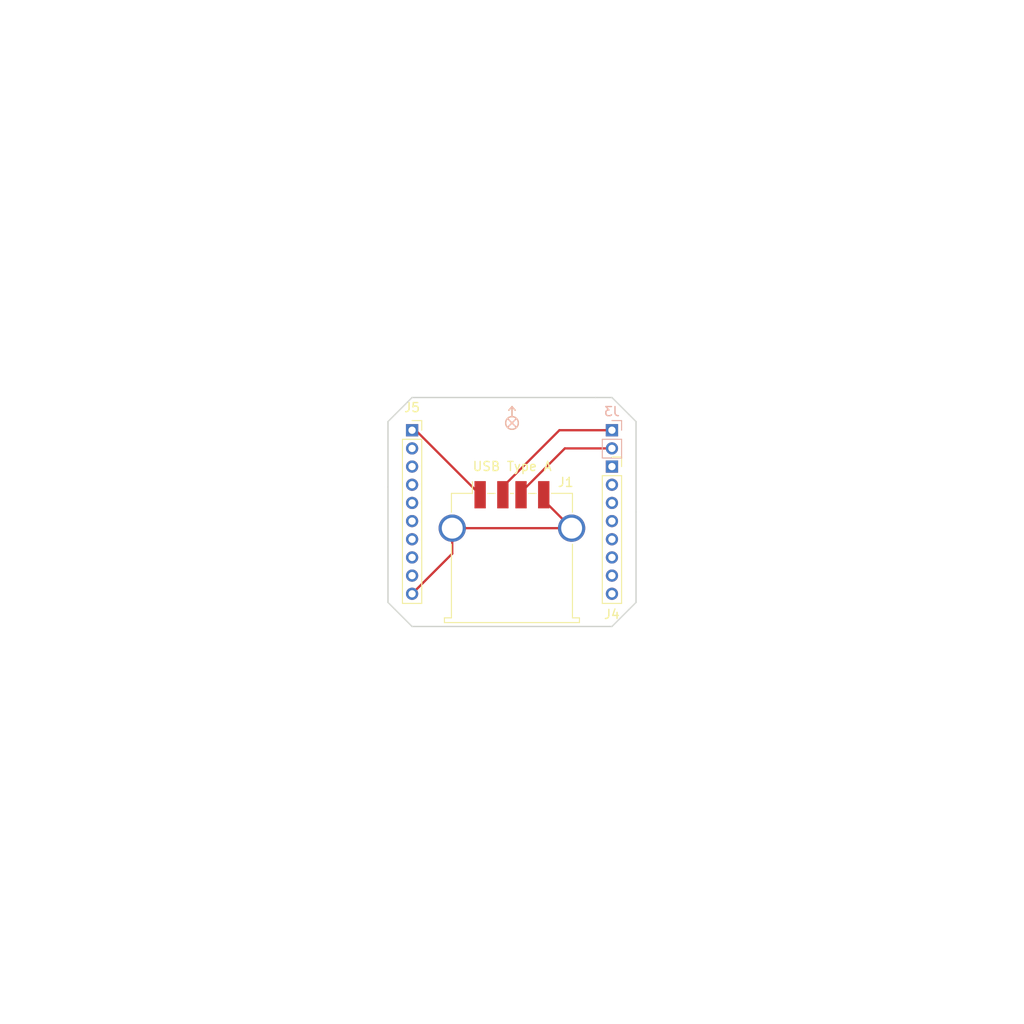
<source format=kicad_pcb>
(kicad_pcb (version 20221018) (generator pcbnew)
  (layers (0 "F.Cu" signal) (31 "B.Cu" signal) (34 "B.Paste" user) (35 "F.Paste" user) (36 "B.SilkS" user "B.Silkscreen") (37 "F.SilkS" user "F.Silkscreen") (38 "B.Mask" user) (39 "F.Mask" user) (44 "Edge.Cuts" user))
  (net 0 "")
  (net 1 "Net-(J1-VBUS)")
  (net 2 "Net-(J1-D-)")
  (net 3 "Net-(J1-D+)")
  (net 4 "Net-(J1-GND)")
  (footprint "Connector_USB:USB_A_TE_292303-7_Horizontal" (layer "F.Cu") (at 144.3228 101.1682)
    (fp_text reference "J1" (at 5.9182 -7.747) (layer "F.SilkS"))
    (fp_text value "USB_A")
    (fp_line (start -7.43 7.17) (end -7.43 7.69) (stroke (width 0.12)) (layer "F.SilkS"))
    (fp_line (start -7.43 7.69) (end 7.43 7.69) (stroke (width 0.12)) (layer "F.SilkS"))
    (fp_line (start -6.66 -6.53) (end -6.66 -4.46) (stroke (width 0.12)) (layer "F.SilkS"))
    (fp_line (start -6.66 -6.53) (end -4.35 -6.53) (stroke (width 0.12)) (layer "F.SilkS"))
    (fp_line (start -6.66 7.17) (end -7.43 7.17) (stroke (width 0.12)) (layer "F.SilkS"))
    (fp_line (start -6.66 7.17) (end -6.66 -0.94) (stroke (width 0.12)) (layer "F.SilkS"))
    (fp_line (start -4.35 -7.82) (end -4.35 -6.53) (stroke (width 0.12)) (layer "F.SilkS"))
    (fp_line (start -2.67 -6.52) (end -1.85 -6.52) (stroke (width 0.12)) (layer "F.SilkS"))
    (fp_line (start -0.17 -6.52) (end 0.17 -6.52) (stroke (width 0.12)) (layer "F.SilkS"))
    (fp_line (start 1.85 -6.52) (end 2.67 -6.52) (stroke (width 0.12)) (layer "F.SilkS"))
    (fp_line (start 4.35 -6.53) (end 6.66 -6.53) (stroke (width 0.12)) (layer "F.SilkS"))
    (fp_line (start 6.66 -6.53) (end 6.66 -4.46) (stroke (width 0.12)) (layer "F.SilkS"))
    (fp_line (start 6.66 -0.94) (end 6.66 7.17) (stroke (width 0.12)) (layer "F.SilkS"))
    (fp_line (start 7.43 7.17) (end 6.66 7.17) (stroke (width 0.12)) (layer "F.SilkS"))
    (fp_line (start 7.43 7.69) (end 7.43 7.17) (stroke (width 0.12)) (layer "F.SilkS"))
    (pad "1" smd rect (at -3.5 -6.38) (size 1.25 3) (layers "F.Cu" "F.Paste" "F.Mask") (net 1 "Net-(J1-VBUS)"))
    (pad "2" smd rect (at -1 -6.38) (size 1.25 3) (layers "F.Cu" "F.Paste" "F.Mask") (net 2 "Net-(J1-D-)"))
    (pad "3" smd rect (at 1 -6.38) (size 1.25 3) (layers "F.Cu" "F.Paste" "F.Mask") (net 3 "Net-(J1-D+)"))
    (pad "4" smd rect (at 3.5 -6.38) (size 1.25 3) (layers "F.Cu" "F.Paste" "F.Mask") (net 4 "Net-(J1-GND)"))
    (pad "5" thru_hole circle (at -6.57 -2.7) (size 3 3) (drill 2.3) (layers "*.Cu" "*.Mask") (net 4 "Net-(J1-GND)"))
    (pad "5" thru_hole circle (at 6.57 -2.7) (size 3 3) (drill 2.3) (layers "*.Cu" "*.Mask") (net 4 "Net-(J1-GND)"))
  )
  (footprint "Connector_PinSocket_2.00mm:PinSocket_1x08_P2.00mm_Vertical" (layer "F.Cu") (at 155.33 91.6902)
    (fp_text reference "J4" (at -0.009 16.2598) (layer "F.SilkS"))
    (fp_text value "Conn_01x08_Socket")
    (fp_line (start -1.06 1) (end -1.06 15.06) (stroke (width 0.12)) (layer "F.SilkS"))
    (fp_line (start -1.06 1) (end 1.06 1) (stroke (width 0.12)) (layer "F.SilkS"))
    (fp_line (start -1.06 15.06) (end 1.06 15.06) (stroke (width 0.12)) (layer "F.SilkS"))
    (fp_line (start 0 -1.06) (end 1.06 -1.06) (stroke (width 0.12)) (layer "F.SilkS"))
    (fp_line (start 1.06 -1.06) (end 1.06 0) (stroke (width 0.12)) (layer "F.SilkS"))
    (fp_line (start 1.06 1) (end 1.06 15.06) (stroke (width 0.12)) (layer "F.SilkS"))
    (pad "1" thru_hole rect (at 0 0) (size 1.35 1.35) (drill 0.8) (layers "*.Cu" "*.Mask"))
    (pad "2" thru_hole oval (at 0 2) (size 1.35 1.35) (drill 0.8) (layers "*.Cu" "*.Mask"))
    (pad "3" thru_hole oval (at 0 4) (size 1.35 1.35) (drill 0.8) (layers "*.Cu" "*.Mask"))
    (pad "4" thru_hole oval (at 0 6) (size 1.35 1.35) (drill 0.8) (layers "*.Cu" "*.Mask"))
    (pad "5" thru_hole oval (at 0 8) (size 1.35 1.35) (drill 0.8) (layers "*.Cu" "*.Mask"))
    (pad "6" thru_hole oval (at 0 10) (size 1.35 1.35) (drill 0.8) (layers "*.Cu" "*.Mask"))
    (pad "7" thru_hole oval (at 0 12) (size 1.35 1.35) (drill 0.8) (layers "*.Cu" "*.Mask"))
    (pad "8" thru_hole oval (at 0 14) (size 1.35 1.35) (drill 0.8) (layers "*.Cu" "*.Mask"))
  )
  (footprint "Connector_PinSocket_2.00mm:PinSocket_1x10_P2.00mm_Vertical" (layer "F.Cu") (at 133.3336 87.6902)
    (fp_text reference "J5" (at 0 -2.5) (layer "F.SilkS"))
    (fp_text value "Conn_01x10_Socket")
    (fp_line (start -1.06 1) (end -1.06 19.06) (stroke (width 0.12)) (layer "F.SilkS"))
    (fp_line (start -1.06 1) (end 1.06 1) (stroke (width 0.12)) (layer "F.SilkS"))
    (fp_line (start -1.06 19.06) (end 1.06 19.06) (stroke (width 0.12)) (layer "F.SilkS"))
    (fp_line (start 0 -1.06) (end 1.06 -1.06) (stroke (width 0.12)) (layer "F.SilkS"))
    (fp_line (start 1.06 -1.06) (end 1.06 0) (stroke (width 0.12)) (layer "F.SilkS"))
    (fp_line (start 1.06 1) (end 1.06 19.06) (stroke (width 0.12)) (layer "F.SilkS"))
    (pad "1" thru_hole rect (at 0 0) (size 1.35 1.35) (drill 0.8) (layers "*.Cu" "*.Mask") (net 1 "Net-(J1-VBUS)"))
    (pad "2" thru_hole oval (at 0 2) (size 1.35 1.35) (drill 0.8) (layers "*.Cu" "*.Mask"))
    (pad "3" thru_hole oval (at 0 4) (size 1.35 1.35) (drill 0.8) (layers "*.Cu" "*.Mask"))
    (pad "4" thru_hole oval (at 0 6) (size 1.35 1.35) (drill 0.8) (layers "*.Cu" "*.Mask"))
    (pad "5" thru_hole oval (at 0 8) (size 1.35 1.35) (drill 0.8) (layers "*.Cu" "*.Mask"))
    (pad "6" thru_hole oval (at 0 10) (size 1.35 1.35) (drill 0.8) (layers "*.Cu" "*.Mask"))
    (pad "7" thru_hole oval (at 0 12) (size 1.35 1.35) (drill 0.8) (layers "*.Cu" "*.Mask"))
    (pad "8" thru_hole oval (at 0 14) (size 1.35 1.35) (drill 0.8) (layers "*.Cu" "*.Mask"))
    (pad "9" thru_hole oval (at 0 16) (size 1.35 1.35) (drill 0.8) (layers "*.Cu" "*.Mask"))
    (pad "10" thru_hole oval (at 0 18) (size 1.35 1.35) (drill 0.8) (layers "*.Cu" "*.Mask") (net 4 "Net-(J1-GND)"))
  )
  (footprint "bitcraze:EXP_ORIENTATION" (layer "F.Cu") (at 144.3298 86.8892 90)
    (fp_text reference "EXP_ORIENTATION" hide)
    (fp_text value "VAL**" hide)
    (fp_line (start 0 0) (end -0.475 -0.475) (stroke (width 0.15)) (layer "B.SilkS"))
    (fp_line (start 0 0) (end -0.475 0.475) (stroke (width 0.15)) (layer "B.SilkS"))
    (fp_line (start 0 0) (end 0.475 -0.475) (stroke (width 0.15)) (layer "B.SilkS"))
    (fp_line (start 0 0) (end 0.475 0.475) (stroke (width 0.15)) (layer "B.SilkS"))
    (fp_line (start 0.7 0) (end 1.8 0) (stroke (width 0.15)) (layer "B.SilkS"))
    (fp_line (start 1.8 0) (end 1.4 -0.35) (stroke (width 0.15)) (layer "B.SilkS"))
    (fp_line (start 1.8 0) (end 1.4 0.35) (stroke (width 0.15)) (layer "B.SilkS"))
    (fp_circle (center 0 0) (end 0.7 0.025) (stroke (width 0.15)) (fill none) (layer "B.SilkS"))
    (fp_line (start 0.7 0) (end 1.8 0) (stroke (width 0.15)) (layer "F.SilkS"))
    (fp_line (start 1.8 0) (end 1.4 -0.35) (stroke (width 0.15)) (layer "F.SilkS"))
    (fp_line (start 1.8 0) (end 1.4 0.35) (stroke (width 0.15)) (layer "F.SilkS"))
    (fp_circle (center 0 0) (end 0.075 0.025) (stroke (width 0.15)) (fill none) (layer "F.SilkS"))
    (fp_circle (center 0 0) (end 0.7 0.025) (stroke (width 0.15)) (fill none) (layer "F.SilkS"))
  )
  (footprint "Connector_PinHeader_2.00mm:PinHeader_1x02_P2.00mm_Vertical" (layer "B.Cu") (at 155.33 87.6882 180)
    (fp_text reference "J3" (at 0 2.06) (layer "B.SilkS") (effects (justify mirror)))
    (fp_text value "Conn_01x02_Pin")
    (fp_line (start -1.06 -3.06) (end 1.06 -3.06) (stroke (width 0.12)) (layer "B.SilkS"))
    (fp_line (start -1.06 -1) (end -1.06 -3.06) (stroke (width 0.12)) (layer "B.SilkS"))
    (fp_line (start -1.06 -1) (end 1.06 -1) (stroke (width 0.12)) (layer "B.SilkS"))
    (fp_line (start -1.06 0) (end -1.06 1.06) (stroke (width 0.12)) (layer "B.SilkS"))
    (fp_line (start -1.06 1.06) (end 0 1.06) (stroke (width 0.12)) (layer "B.SilkS"))
    (fp_line (start 1.06 -1) (end 1.06 -3.06) (stroke (width 0.12)) (layer "B.SilkS"))
    (pad "1" thru_hole rect (at 0 0 180) (size 1.35 1.35) (drill 0.8) (layers "*.Cu" "*.Mask") (net 2 "Net-(J1-D-)"))
    (pad "2" thru_hole oval (at 0 -2 180) (size 1.35 1.35) (drill 0.8) (layers "*.Cu" "*.Mask") (net 3 "Net-(J1-D+)"))
  )
  (gr_line (start 131.4298 107.3892) (end 133.3298 109.2892) (stroke (width 0.15)) (layer "Edge.Cuts"))
  (gr_line (start 130.6798 106.6392) (end 131.4298 107.3892) (stroke (width 0.15)) (layer "Edge.Cuts"))
  (gr_line (start 130.6798 93.9392) (end 130.6798 106.6392) (stroke (width 0.15)) (layer "Edge.Cuts"))
  (gr_line (start 157.2298 107.3892) (end 155.3298 109.2892) (stroke (width 0.15)) (layer "Edge.Cuts"))
  (gr_line (start 155.3298 84.0892) (end 153.5298 84.0892) (stroke (width 0.15)) (layer "Edge.Cuts"))
  (gr_line (start 157.9798 106.6392) (end 157.2298 107.3892) (stroke (width 0.15)) (layer "Edge.Cuts"))
  (gr_line (start 130.6798 93.9392) (end 130.6798 86.7392) (stroke (width 0.15)) (layer "Edge.Cuts"))
  (gr_line (start 157.9798 96.6892) (end 157.9798 106.6392) (stroke (width 0.15)) (layer "Edge.Cuts"))
  (gr_line (start 133.3298 84.0892) (end 153.5298 84.0892) (stroke (width 0.15)) (layer "Edge.Cuts"))
  (gr_line (start 157.2298 85.9892) (end 155.3298 84.0892) (stroke (width 0.15)) (layer "Edge.Cuts"))
  (gr_line (start 157.9798 96.6892) (end 157.9798 86.7392) (stroke (width 0.15)) (layer "Edge.Cuts"))
  (gr_line (start 130.6798 86.7392) (end 131.4298 85.9892) (stroke (width 0.15)) (layer "Edge.Cuts"))
  (gr_line (start 155.3298 109.2892) (end 133.3298 109.2892) (stroke (width 0.15)) (layer "Edge.Cuts"))
  (gr_line (start 131.4298 85.9892) (end 133.3298 84.0892) (stroke (width 0.15)) (layer "Edge.Cuts"))
  (gr_line (start 157.9798 86.7392) (end 157.2298 85.9892) (stroke (width 0.15)) (layer "Edge.Cuts"))
  (gr_text "USB Type A" (at 144.3482 91.6686) (layer "F.SilkS") (effects (font (size 1 1))))
  (segment (start 133.3336 87.6902) (end 133.7248 87.6902) (width 0.25) (layer "F.Cu") (net 1))
  (segment (start 133.7248 87.6902) (end 140.8228 94.7882) (width 0.25) (layer "F.Cu") (net 1))
  (segment (start 143.3228 93.9132) (end 143.3228 94.7882) (width 0.25) (layer "F.Cu") (net 2))
  (segment (start 155.33 87.6882) (end 149.5478 87.6882) (width 0.25) (layer "F.Cu") (net 2))
  (segment (start 149.5478 87.6882) (end 143.3228 93.9132) (width 0.25) (layer "F.Cu") (net 2))
  (segment (start 155.33 89.6882) (end 150.1478 89.6882) (width 0.25) (layer "F.Cu") (net 3))
  (segment (start 145.3228 94.5132) (end 145.3228 94.7882) (width 0.25) (layer "F.Cu") (net 3))
  (segment (start 150.1478 89.6882) (end 145.3228 94.5132) (width 0.25) (layer "F.Cu") (net 3))
  (segment (start 133.3336 105.6902) (end 137.7528 101.271) (width 0.25) (layer "F.Cu") (net 4))
  (segment (start 150.8928 98.4682) (end 147.8228 95.3982) (width 0.25) (layer "F.Cu") (net 4))
  (segment (start 137.7528 101.271) (end 137.7528 98.4682) (width 0.25) (layer "F.Cu") (net 4))
  (segment (start 147.8228 95.3982) (end 147.8228 94.7882) (width 0.25) (layer "F.Cu") (net 4))
  (segment (start 137.7528 98.4682) (end 150.8928 98.4682) (width 0.25) (layer "F.Cu") (net 4))
)
</source>
